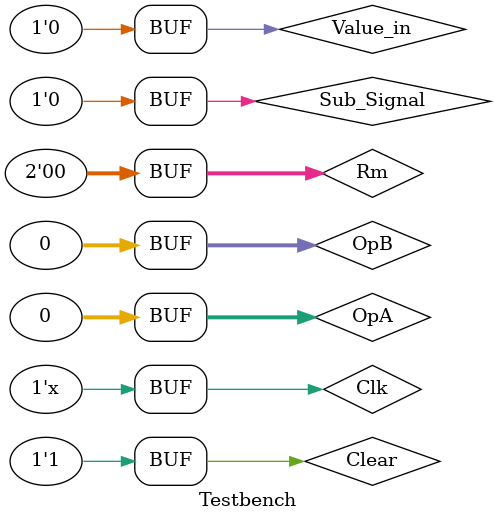
<source format=v>
module Testbench (
);
    reg Clk,Clear,Value_in,Sub_Signal;
    reg [31:0] OpA,OpB;
    reg [1:0] Rm;
    wire [31:0] Result;
    wire Value_Out;
    
    initial begin
        Clk = 1'b0;
        Clear = 1'b1;
        OpA = 32'h4234d70a; //45.21
        OpB = 32'h4176cccd; //15.425
        Value_in = 1'b1;
        Sub_Signal = 1'b0;
        Rm = 2'b0;
        #150
        OpA = 0; //45.21
        OpB = 0;
        Value_in = 1'b0;

    end
    always  
    #50 Clk <= ~Clk;

    FPA_Pipeline DUT (
        .Result(Result),
        .Value_Out(Value_Out), 
        .Value_In(Value_in),
        .Sub_Signal(Sub_Signal),
        .Rm(Rm),
        .OpA(OpA),
        .OpB(OpB),
        .Clk(Clk),
        .Clear(Clear)
    );
endmodule

</source>
